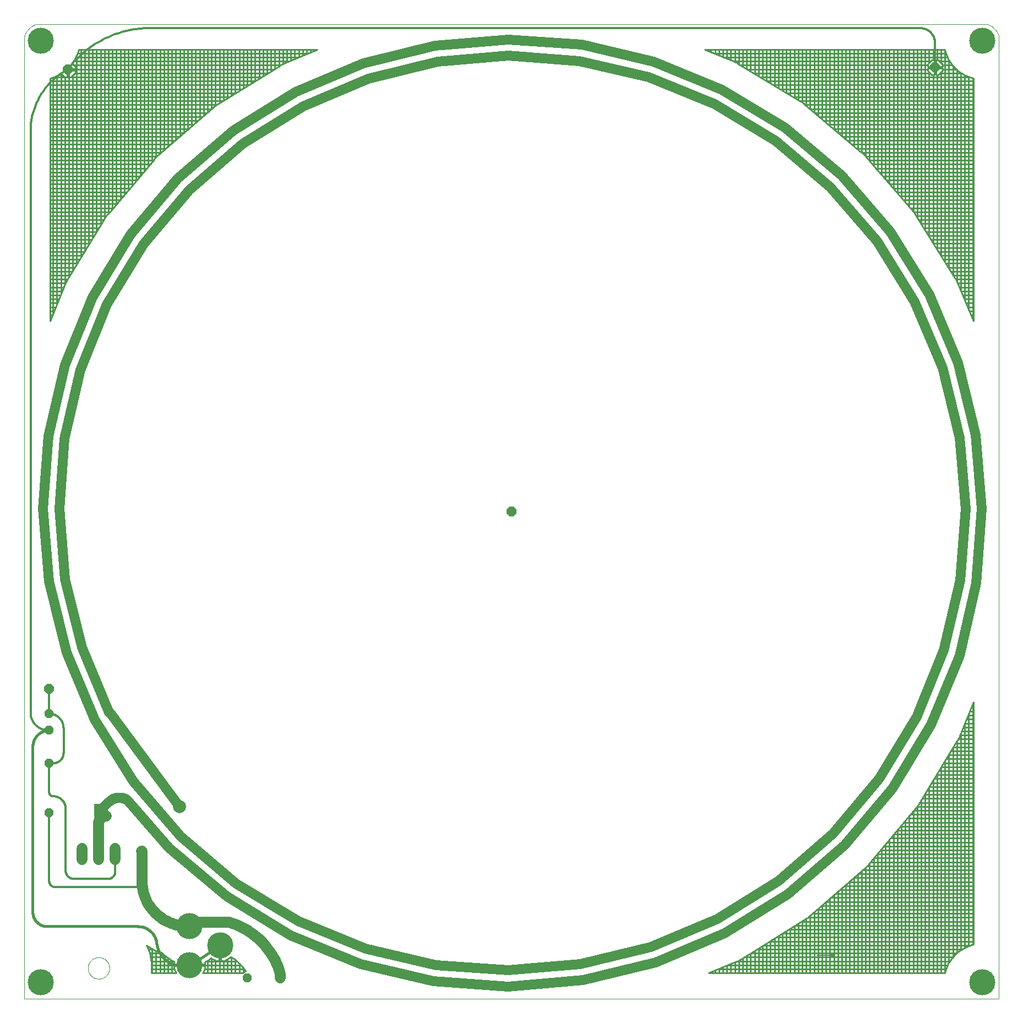
<source format=gbl>
G75*
%MOIN*%
%OFA0B0*%
%FSLAX25Y25*%
%IPPOS*%
%LPD*%
%AMOC8*
5,1,8,0,0,1.08239X$1,22.5*
%
%ADD10C,0.00000*%
%ADD11OC8,0.05200*%
%ADD12C,0.06600*%
%ADD13OC8,0.06000*%
%ADD14C,0.15811*%
%ADD15C,0.15800*%
%ADD16R,0.07874X0.07874*%
%ADD17C,0.07874*%
%ADD18C,0.01040*%
%ADD19C,0.01200*%
%ADD20C,0.05906*%
%ADD21C,0.05900*%
%ADD22C,0.01000*%
%ADD23R,0.02381X0.02381*%
%ADD24C,0.00600*%
%ADD25C,0.01600*%
D10*
X0042595Y0015000D02*
X0042595Y0597500D01*
X0050095Y0605000D02*
X0625095Y0605000D01*
X0632595Y0597500D02*
X0632595Y0015000D01*
X0042595Y0015000D01*
X0081095Y0033500D02*
X0081097Y0033661D01*
X0081103Y0033821D01*
X0081113Y0033982D01*
X0081127Y0034142D01*
X0081145Y0034302D01*
X0081166Y0034461D01*
X0081192Y0034620D01*
X0081222Y0034778D01*
X0081255Y0034935D01*
X0081293Y0035092D01*
X0081334Y0035247D01*
X0081379Y0035401D01*
X0081428Y0035554D01*
X0081481Y0035706D01*
X0081537Y0035857D01*
X0081598Y0036006D01*
X0081661Y0036154D01*
X0081729Y0036300D01*
X0081800Y0036444D01*
X0081874Y0036586D01*
X0081952Y0036727D01*
X0082034Y0036865D01*
X0082119Y0037002D01*
X0082207Y0037136D01*
X0082299Y0037268D01*
X0082394Y0037398D01*
X0082492Y0037526D01*
X0082593Y0037651D01*
X0082697Y0037773D01*
X0082804Y0037893D01*
X0082914Y0038010D01*
X0083027Y0038125D01*
X0083143Y0038236D01*
X0083262Y0038345D01*
X0083383Y0038450D01*
X0083507Y0038553D01*
X0083633Y0038653D01*
X0083761Y0038749D01*
X0083892Y0038842D01*
X0084026Y0038932D01*
X0084161Y0039019D01*
X0084299Y0039102D01*
X0084438Y0039182D01*
X0084580Y0039258D01*
X0084723Y0039331D01*
X0084868Y0039400D01*
X0085015Y0039466D01*
X0085163Y0039528D01*
X0085313Y0039586D01*
X0085464Y0039641D01*
X0085617Y0039692D01*
X0085771Y0039739D01*
X0085926Y0039782D01*
X0086082Y0039821D01*
X0086238Y0039857D01*
X0086396Y0039888D01*
X0086554Y0039916D01*
X0086713Y0039940D01*
X0086873Y0039960D01*
X0087033Y0039976D01*
X0087193Y0039988D01*
X0087354Y0039996D01*
X0087515Y0040000D01*
X0087675Y0040000D01*
X0087836Y0039996D01*
X0087997Y0039988D01*
X0088157Y0039976D01*
X0088317Y0039960D01*
X0088477Y0039940D01*
X0088636Y0039916D01*
X0088794Y0039888D01*
X0088952Y0039857D01*
X0089108Y0039821D01*
X0089264Y0039782D01*
X0089419Y0039739D01*
X0089573Y0039692D01*
X0089726Y0039641D01*
X0089877Y0039586D01*
X0090027Y0039528D01*
X0090175Y0039466D01*
X0090322Y0039400D01*
X0090467Y0039331D01*
X0090610Y0039258D01*
X0090752Y0039182D01*
X0090891Y0039102D01*
X0091029Y0039019D01*
X0091164Y0038932D01*
X0091298Y0038842D01*
X0091429Y0038749D01*
X0091557Y0038653D01*
X0091683Y0038553D01*
X0091807Y0038450D01*
X0091928Y0038345D01*
X0092047Y0038236D01*
X0092163Y0038125D01*
X0092276Y0038010D01*
X0092386Y0037893D01*
X0092493Y0037773D01*
X0092597Y0037651D01*
X0092698Y0037526D01*
X0092796Y0037398D01*
X0092891Y0037268D01*
X0092983Y0037136D01*
X0093071Y0037002D01*
X0093156Y0036865D01*
X0093238Y0036727D01*
X0093316Y0036586D01*
X0093390Y0036444D01*
X0093461Y0036300D01*
X0093529Y0036154D01*
X0093592Y0036006D01*
X0093653Y0035857D01*
X0093709Y0035706D01*
X0093762Y0035554D01*
X0093811Y0035401D01*
X0093856Y0035247D01*
X0093897Y0035092D01*
X0093935Y0034935D01*
X0093968Y0034778D01*
X0093998Y0034620D01*
X0094024Y0034461D01*
X0094045Y0034302D01*
X0094063Y0034142D01*
X0094077Y0033982D01*
X0094087Y0033821D01*
X0094093Y0033661D01*
X0094095Y0033500D01*
X0094093Y0033339D01*
X0094087Y0033179D01*
X0094077Y0033018D01*
X0094063Y0032858D01*
X0094045Y0032698D01*
X0094024Y0032539D01*
X0093998Y0032380D01*
X0093968Y0032222D01*
X0093935Y0032065D01*
X0093897Y0031908D01*
X0093856Y0031753D01*
X0093811Y0031599D01*
X0093762Y0031446D01*
X0093709Y0031294D01*
X0093653Y0031143D01*
X0093592Y0030994D01*
X0093529Y0030846D01*
X0093461Y0030700D01*
X0093390Y0030556D01*
X0093316Y0030414D01*
X0093238Y0030273D01*
X0093156Y0030135D01*
X0093071Y0029998D01*
X0092983Y0029864D01*
X0092891Y0029732D01*
X0092796Y0029602D01*
X0092698Y0029474D01*
X0092597Y0029349D01*
X0092493Y0029227D01*
X0092386Y0029107D01*
X0092276Y0028990D01*
X0092163Y0028875D01*
X0092047Y0028764D01*
X0091928Y0028655D01*
X0091807Y0028550D01*
X0091683Y0028447D01*
X0091557Y0028347D01*
X0091429Y0028251D01*
X0091298Y0028158D01*
X0091164Y0028068D01*
X0091029Y0027981D01*
X0090891Y0027898D01*
X0090752Y0027818D01*
X0090610Y0027742D01*
X0090467Y0027669D01*
X0090322Y0027600D01*
X0090175Y0027534D01*
X0090027Y0027472D01*
X0089877Y0027414D01*
X0089726Y0027359D01*
X0089573Y0027308D01*
X0089419Y0027261D01*
X0089264Y0027218D01*
X0089108Y0027179D01*
X0088952Y0027143D01*
X0088794Y0027112D01*
X0088636Y0027084D01*
X0088477Y0027060D01*
X0088317Y0027040D01*
X0088157Y0027024D01*
X0087997Y0027012D01*
X0087836Y0027004D01*
X0087675Y0027000D01*
X0087515Y0027000D01*
X0087354Y0027004D01*
X0087193Y0027012D01*
X0087033Y0027024D01*
X0086873Y0027040D01*
X0086713Y0027060D01*
X0086554Y0027084D01*
X0086396Y0027112D01*
X0086238Y0027143D01*
X0086082Y0027179D01*
X0085926Y0027218D01*
X0085771Y0027261D01*
X0085617Y0027308D01*
X0085464Y0027359D01*
X0085313Y0027414D01*
X0085163Y0027472D01*
X0085015Y0027534D01*
X0084868Y0027600D01*
X0084723Y0027669D01*
X0084580Y0027742D01*
X0084438Y0027818D01*
X0084299Y0027898D01*
X0084161Y0027981D01*
X0084026Y0028068D01*
X0083892Y0028158D01*
X0083761Y0028251D01*
X0083633Y0028347D01*
X0083507Y0028447D01*
X0083383Y0028550D01*
X0083262Y0028655D01*
X0083143Y0028764D01*
X0083027Y0028875D01*
X0082914Y0028990D01*
X0082804Y0029107D01*
X0082697Y0029227D01*
X0082593Y0029349D01*
X0082492Y0029474D01*
X0082394Y0029602D01*
X0082299Y0029732D01*
X0082207Y0029864D01*
X0082119Y0029998D01*
X0082034Y0030135D01*
X0081952Y0030273D01*
X0081874Y0030414D01*
X0081800Y0030556D01*
X0081729Y0030700D01*
X0081661Y0030846D01*
X0081598Y0030994D01*
X0081537Y0031143D01*
X0081481Y0031294D01*
X0081428Y0031446D01*
X0081379Y0031599D01*
X0081334Y0031753D01*
X0081293Y0031908D01*
X0081255Y0032065D01*
X0081222Y0032222D01*
X0081192Y0032380D01*
X0081166Y0032539D01*
X0081145Y0032698D01*
X0081127Y0032858D01*
X0081113Y0033018D01*
X0081103Y0033179D01*
X0081097Y0033339D01*
X0081095Y0033500D01*
X0042596Y0597500D02*
X0042667Y0597749D01*
X0042743Y0597995D01*
X0042826Y0598239D01*
X0042915Y0598482D01*
X0043009Y0598722D01*
X0043110Y0598960D01*
X0043216Y0599195D01*
X0043327Y0599428D01*
X0043445Y0599658D01*
X0043567Y0599885D01*
X0043696Y0600109D01*
X0043829Y0600330D01*
X0043968Y0600547D01*
X0044112Y0600761D01*
X0044261Y0600972D01*
X0044415Y0601179D01*
X0044575Y0601382D01*
X0044739Y0601581D01*
X0044908Y0601777D01*
X0045081Y0601968D01*
X0045259Y0602154D01*
X0045442Y0602337D01*
X0045628Y0602515D01*
X0045819Y0602688D01*
X0046015Y0602857D01*
X0046214Y0603021D01*
X0046417Y0603181D01*
X0046624Y0603335D01*
X0046835Y0603484D01*
X0047049Y0603628D01*
X0047266Y0603767D01*
X0047487Y0603900D01*
X0047711Y0604029D01*
X0047938Y0604151D01*
X0048168Y0604269D01*
X0048401Y0604380D01*
X0048636Y0604486D01*
X0048874Y0604587D01*
X0049114Y0604681D01*
X0049357Y0604770D01*
X0049601Y0604853D01*
X0049847Y0604929D01*
X0050096Y0605000D01*
X0625095Y0605000D02*
X0625344Y0604929D01*
X0625590Y0604853D01*
X0625834Y0604770D01*
X0626077Y0604681D01*
X0626317Y0604587D01*
X0626555Y0604486D01*
X0626790Y0604380D01*
X0627023Y0604269D01*
X0627253Y0604151D01*
X0627480Y0604029D01*
X0627704Y0603900D01*
X0627925Y0603767D01*
X0628142Y0603628D01*
X0628356Y0603484D01*
X0628567Y0603335D01*
X0628774Y0603181D01*
X0628977Y0603021D01*
X0629176Y0602857D01*
X0629372Y0602688D01*
X0629563Y0602515D01*
X0629749Y0602337D01*
X0629932Y0602154D01*
X0630110Y0601968D01*
X0630283Y0601777D01*
X0630452Y0601581D01*
X0630616Y0601382D01*
X0630776Y0601179D01*
X0630930Y0600972D01*
X0631079Y0600761D01*
X0631223Y0600547D01*
X0631362Y0600330D01*
X0631495Y0600109D01*
X0631624Y0599885D01*
X0631746Y0599658D01*
X0631864Y0599428D01*
X0631975Y0599195D01*
X0632081Y0598960D01*
X0632182Y0598722D01*
X0632276Y0598482D01*
X0632365Y0598239D01*
X0632448Y0597995D01*
X0632524Y0597749D01*
X0632595Y0597500D01*
D11*
X0197595Y0027500D03*
X0177595Y0027500D03*
X0057595Y0127500D03*
X0057595Y0157500D03*
X0057595Y0177500D03*
X0057595Y0187500D03*
D12*
X0087595Y0121036D02*
X0087595Y0102500D01*
X0087595Y0105800D02*
X0087595Y0099200D01*
X0077595Y0099200D02*
X0077595Y0105800D01*
X0087595Y0121036D02*
X0087597Y0121169D01*
X0087603Y0121302D01*
X0087612Y0121434D01*
X0087626Y0121567D01*
X0087643Y0121698D01*
X0087664Y0121830D01*
X0087689Y0121960D01*
X0087718Y0122090D01*
X0087751Y0122219D01*
X0087787Y0122347D01*
X0087827Y0122474D01*
X0087871Y0122599D01*
X0087918Y0122724D01*
X0087969Y0122846D01*
X0088023Y0122968D01*
X0088081Y0123087D01*
X0088143Y0123205D01*
X0088207Y0123322D01*
X0088276Y0123436D01*
X0088347Y0123548D01*
X0088422Y0123658D01*
X0088499Y0123766D01*
X0088580Y0123871D01*
X0088664Y0123974D01*
X0088751Y0124075D01*
X0088841Y0124173D01*
X0088934Y0124268D01*
X0089029Y0124361D01*
X0089127Y0124451D01*
X0089228Y0124538D01*
X0089331Y0124622D01*
X0089436Y0124703D01*
X0089544Y0124780D01*
X0089654Y0124855D01*
X0089766Y0124926D01*
X0089881Y0124995D01*
X0089997Y0125059D01*
X0090115Y0125121D01*
X0090234Y0125179D01*
X0090356Y0125233D01*
X0090478Y0125284D01*
X0090603Y0125331D01*
X0090728Y0125375D01*
X0090855Y0125415D01*
X0090983Y0125451D01*
X0091112Y0125484D01*
X0091242Y0125513D01*
X0091372Y0125538D01*
X0091504Y0125559D01*
X0091635Y0125576D01*
X0091768Y0125590D01*
X0091900Y0125599D01*
X0092033Y0125605D01*
X0092166Y0125607D01*
X0097595Y0105800D02*
X0097595Y0099200D01*
X0113379Y0104394D02*
X0113420Y0104392D01*
X0113460Y0104387D01*
X0113500Y0104378D01*
X0113538Y0104366D01*
X0113576Y0104350D01*
X0113612Y0104332D01*
X0113646Y0104310D01*
X0113679Y0104285D01*
X0113709Y0104258D01*
X0113736Y0104228D01*
X0113761Y0104195D01*
X0113783Y0104161D01*
X0113801Y0104125D01*
X0113817Y0104087D01*
X0113829Y0104049D01*
X0113838Y0104009D01*
X0113843Y0103969D01*
X0113845Y0103928D01*
X0113845Y0086250D01*
X0113845Y0082500D01*
X0113845Y0086250D02*
X0113853Y0085590D01*
X0113877Y0084930D01*
X0113917Y0084272D01*
X0113973Y0083614D01*
X0114044Y0082958D01*
X0114132Y0082304D01*
X0114235Y0081652D01*
X0114354Y0081002D01*
X0114488Y0080356D01*
X0114639Y0079714D01*
X0114804Y0079075D01*
X0114985Y0078440D01*
X0115182Y0077810D01*
X0115393Y0077185D01*
X0115620Y0076565D01*
X0115861Y0075950D01*
X0116118Y0075342D01*
X0116389Y0074740D01*
X0116674Y0074145D01*
X0116974Y0073557D01*
X0117287Y0072976D01*
X0117615Y0072403D01*
X0117956Y0071839D01*
X0118311Y0071282D01*
X0118680Y0070734D01*
X0119061Y0070196D01*
X0119456Y0069667D01*
X0119863Y0069147D01*
X0120282Y0068637D01*
X0120714Y0068138D01*
X0121158Y0067649D01*
X0121613Y0067172D01*
X0122080Y0066705D01*
X0122557Y0066250D01*
X0123046Y0065806D01*
X0123545Y0065374D01*
X0124055Y0064955D01*
X0124575Y0064548D01*
X0125104Y0064153D01*
X0125642Y0063772D01*
X0126190Y0063403D01*
X0126747Y0063048D01*
X0127311Y0062707D01*
X0127884Y0062379D01*
X0128465Y0062066D01*
X0129053Y0061766D01*
X0129648Y0061481D01*
X0130250Y0061210D01*
X0130858Y0060953D01*
X0131473Y0060712D01*
X0132093Y0060485D01*
X0132718Y0060274D01*
X0133348Y0060077D01*
X0133983Y0059896D01*
X0134622Y0059731D01*
X0135264Y0059580D01*
X0135910Y0059446D01*
X0136560Y0059327D01*
X0137212Y0059224D01*
X0137866Y0059136D01*
X0138522Y0059065D01*
X0139180Y0059009D01*
X0139838Y0058969D01*
X0140498Y0058945D01*
X0141158Y0058937D01*
X0142595Y0058937D01*
X0142597Y0059030D01*
X0142603Y0059123D01*
X0142612Y0059216D01*
X0142625Y0059308D01*
X0142642Y0059400D01*
X0142662Y0059491D01*
X0142686Y0059581D01*
X0142714Y0059669D01*
X0142745Y0059757D01*
X0142780Y0059844D01*
X0142818Y0059929D01*
X0142860Y0060012D01*
X0142905Y0060094D01*
X0142953Y0060173D01*
X0143004Y0060251D01*
X0143059Y0060327D01*
X0143116Y0060400D01*
X0143177Y0060471D01*
X0143240Y0060539D01*
X0143306Y0060605D01*
X0143374Y0060668D01*
X0143445Y0060729D01*
X0143518Y0060786D01*
X0143594Y0060841D01*
X0143672Y0060892D01*
X0143752Y0060940D01*
X0143833Y0060985D01*
X0143916Y0061027D01*
X0144001Y0061065D01*
X0144088Y0061100D01*
X0144176Y0061131D01*
X0144264Y0061159D01*
X0144354Y0061183D01*
X0144445Y0061203D01*
X0144537Y0061220D01*
X0144629Y0061233D01*
X0144722Y0061242D01*
X0144815Y0061248D01*
X0144908Y0061250D01*
X0166345Y0061250D01*
X0142595Y0036250D02*
X0142595Y0035315D01*
X0142595Y0035000D01*
X0166345Y0061250D02*
X0167398Y0060936D01*
X0168443Y0060596D01*
X0169479Y0060231D01*
X0170506Y0059841D01*
X0171524Y0059426D01*
X0172531Y0058987D01*
X0173527Y0058524D01*
X0174512Y0058037D01*
X0175485Y0057526D01*
X0176445Y0056992D01*
X0177392Y0056435D01*
X0178325Y0055855D01*
X0179244Y0055252D01*
X0180148Y0054628D01*
X0181037Y0053982D01*
X0181910Y0053315D01*
X0182766Y0052627D01*
X0183606Y0051918D01*
X0184428Y0051190D01*
X0185233Y0050442D01*
X0186019Y0049674D01*
X0186787Y0048888D01*
X0187535Y0048083D01*
X0188263Y0047261D01*
X0188972Y0046421D01*
X0189660Y0045565D01*
X0190327Y0044692D01*
X0190973Y0043803D01*
X0191597Y0042899D01*
X0192200Y0041980D01*
X0192780Y0041047D01*
X0193337Y0040100D01*
X0193871Y0039140D01*
X0194382Y0038167D01*
X0194869Y0037182D01*
X0195332Y0036186D01*
X0195771Y0035179D01*
X0196186Y0034161D01*
X0196576Y0033134D01*
X0196941Y0032098D01*
X0197281Y0031053D01*
X0197595Y0030000D01*
X0197595Y0027500D01*
D13*
X0057595Y0202500D03*
X0337595Y0310000D03*
X0593845Y0578750D03*
X0068845Y0577500D03*
D14*
X0052595Y0595000D03*
X0052595Y0025000D03*
X0622595Y0025000D03*
X0622595Y0595000D03*
D15*
X0142595Y0058937D03*
X0161099Y0047126D03*
X0142595Y0035315D03*
D16*
X0088845Y0128750D03*
D17*
X0136345Y0131250D03*
D18*
X0113038Y0105952D02*
X0112518Y0106472D01*
X0114240Y0106472D01*
X0115458Y0105254D01*
X0115458Y0103532D01*
X0114240Y0102314D01*
X0112518Y0102314D01*
X0111300Y0103532D01*
X0111300Y0105254D01*
X0112518Y0106472D01*
X0112841Y0105692D01*
X0113917Y0105692D01*
X0114678Y0104931D01*
X0114678Y0103855D01*
X0113917Y0103094D01*
X0112841Y0103094D01*
X0112080Y0103855D01*
X0112080Y0104931D01*
X0112841Y0105692D01*
X0113164Y0104912D01*
X0113594Y0104912D01*
X0113898Y0104608D01*
X0113898Y0104178D01*
X0113594Y0103874D01*
X0113164Y0103874D01*
X0112860Y0104178D01*
X0112860Y0104608D01*
X0113164Y0104912D01*
X0091825Y0127166D02*
X0091305Y0127686D01*
X0093027Y0127686D01*
X0094245Y0126468D01*
X0094245Y0124746D01*
X0093027Y0123528D01*
X0091305Y0123528D01*
X0090087Y0124746D01*
X0090087Y0126468D01*
X0091305Y0127686D01*
X0091628Y0126906D01*
X0092704Y0126906D01*
X0093465Y0126145D01*
X0093465Y0125069D01*
X0092704Y0124308D01*
X0091628Y0124308D01*
X0090867Y0125069D01*
X0090867Y0126145D01*
X0091628Y0126906D01*
X0091951Y0126126D01*
X0092381Y0126126D01*
X0092685Y0125822D01*
X0092685Y0125392D01*
X0092381Y0125088D01*
X0091951Y0125088D01*
X0091647Y0125392D01*
X0091647Y0125822D01*
X0091951Y0126126D01*
D19*
X0097595Y0102500D02*
X0097595Y0092500D01*
X0097611Y0092370D01*
X0097624Y0092240D01*
X0097633Y0092109D01*
X0097638Y0091978D01*
X0097639Y0091847D01*
X0097636Y0091716D01*
X0097630Y0091585D01*
X0097619Y0091455D01*
X0097605Y0091325D01*
X0097586Y0091195D01*
X0097564Y0091066D01*
X0097538Y0090938D01*
X0097509Y0090810D01*
X0097475Y0090683D01*
X0097438Y0090558D01*
X0097397Y0090433D01*
X0097353Y0090310D01*
X0097305Y0090188D01*
X0097253Y0090068D01*
X0097197Y0089949D01*
X0097139Y0089832D01*
X0097076Y0089717D01*
X0097011Y0089604D01*
X0096942Y0089493D01*
X0096870Y0089383D01*
X0096794Y0089276D01*
X0096716Y0089172D01*
X0096634Y0089069D01*
X0096549Y0088969D01*
X0096462Y0088872D01*
X0096371Y0088777D01*
X0096278Y0088685D01*
X0096182Y0088596D01*
X0096084Y0088509D01*
X0095983Y0088426D01*
X0095879Y0088346D01*
X0095774Y0088268D01*
X0095666Y0088194D01*
X0095555Y0088124D01*
X0095443Y0088056D01*
X0095329Y0087992D01*
X0095213Y0087931D01*
X0095095Y0087874D01*
X0094976Y0087820D01*
X0094855Y0087770D01*
X0094733Y0087723D01*
X0094609Y0087680D01*
X0094484Y0087641D01*
X0094358Y0087605D01*
X0094231Y0087573D01*
X0094103Y0087545D01*
X0093974Y0087521D01*
X0093845Y0087500D01*
X0072595Y0087500D01*
X0072455Y0087502D01*
X0072315Y0087508D01*
X0072175Y0087518D01*
X0072035Y0087531D01*
X0071896Y0087549D01*
X0071757Y0087571D01*
X0071620Y0087596D01*
X0071482Y0087625D01*
X0071346Y0087658D01*
X0071211Y0087695D01*
X0071077Y0087736D01*
X0070944Y0087781D01*
X0070812Y0087829D01*
X0070682Y0087881D01*
X0070553Y0087936D01*
X0070426Y0087995D01*
X0070300Y0088058D01*
X0070176Y0088124D01*
X0070055Y0088193D01*
X0069935Y0088266D01*
X0069817Y0088343D01*
X0069702Y0088422D01*
X0069588Y0088505D01*
X0069478Y0088591D01*
X0069369Y0088680D01*
X0069263Y0088772D01*
X0069160Y0088867D01*
X0069059Y0088964D01*
X0068962Y0089065D01*
X0068867Y0089168D01*
X0068775Y0089274D01*
X0068686Y0089383D01*
X0068600Y0089493D01*
X0068517Y0089607D01*
X0068438Y0089722D01*
X0068361Y0089840D01*
X0068288Y0089960D01*
X0068219Y0090081D01*
X0068153Y0090205D01*
X0068090Y0090331D01*
X0068031Y0090458D01*
X0067976Y0090587D01*
X0067924Y0090717D01*
X0067876Y0090849D01*
X0067831Y0090982D01*
X0067790Y0091116D01*
X0067753Y0091251D01*
X0067720Y0091387D01*
X0067691Y0091525D01*
X0067666Y0091662D01*
X0067644Y0091801D01*
X0067626Y0091940D01*
X0067613Y0092080D01*
X0067603Y0092220D01*
X0067597Y0092360D01*
X0067595Y0092500D01*
X0067595Y0130000D01*
X0067593Y0130181D01*
X0067586Y0130362D01*
X0067575Y0130543D01*
X0067560Y0130724D01*
X0067540Y0130904D01*
X0067516Y0131084D01*
X0067488Y0131263D01*
X0067455Y0131441D01*
X0067418Y0131618D01*
X0067377Y0131795D01*
X0067332Y0131970D01*
X0067282Y0132145D01*
X0067228Y0132318D01*
X0067170Y0132489D01*
X0067108Y0132660D01*
X0067041Y0132828D01*
X0066971Y0132995D01*
X0066897Y0133161D01*
X0066818Y0133324D01*
X0066736Y0133485D01*
X0066650Y0133645D01*
X0066560Y0133802D01*
X0066466Y0133957D01*
X0066369Y0134110D01*
X0066267Y0134260D01*
X0066163Y0134408D01*
X0066054Y0134554D01*
X0065943Y0134696D01*
X0065827Y0134836D01*
X0065709Y0134973D01*
X0065587Y0135108D01*
X0065462Y0135239D01*
X0065334Y0135367D01*
X0065203Y0135492D01*
X0065068Y0135614D01*
X0064931Y0135732D01*
X0064791Y0135848D01*
X0064649Y0135959D01*
X0064503Y0136068D01*
X0064355Y0136172D01*
X0064205Y0136274D01*
X0064052Y0136371D01*
X0063897Y0136465D01*
X0063740Y0136555D01*
X0063580Y0136641D01*
X0063419Y0136723D01*
X0063256Y0136802D01*
X0063090Y0136876D01*
X0062923Y0136946D01*
X0062755Y0137013D01*
X0062584Y0137075D01*
X0062413Y0137133D01*
X0062240Y0137187D01*
X0062065Y0137237D01*
X0061890Y0137282D01*
X0061713Y0137323D01*
X0061536Y0137360D01*
X0061358Y0137393D01*
X0061179Y0137421D01*
X0060999Y0137445D01*
X0060819Y0137465D01*
X0060638Y0137480D01*
X0060457Y0137491D01*
X0060276Y0137498D01*
X0060095Y0137500D01*
X0059997Y0137502D01*
X0059899Y0137508D01*
X0059801Y0137517D01*
X0059704Y0137531D01*
X0059607Y0137548D01*
X0059511Y0137569D01*
X0059416Y0137594D01*
X0059322Y0137622D01*
X0059230Y0137655D01*
X0059138Y0137690D01*
X0059048Y0137730D01*
X0058960Y0137772D01*
X0058873Y0137819D01*
X0058789Y0137868D01*
X0058706Y0137921D01*
X0058626Y0137977D01*
X0058547Y0138037D01*
X0058471Y0138099D01*
X0058398Y0138164D01*
X0058327Y0138232D01*
X0058259Y0138303D01*
X0058194Y0138376D01*
X0058132Y0138452D01*
X0058072Y0138531D01*
X0058016Y0138611D01*
X0057963Y0138694D01*
X0057914Y0138778D01*
X0057867Y0138865D01*
X0057825Y0138953D01*
X0057785Y0139043D01*
X0057750Y0139135D01*
X0057717Y0139227D01*
X0057689Y0139321D01*
X0057664Y0139416D01*
X0057643Y0139512D01*
X0057626Y0139609D01*
X0057612Y0139706D01*
X0057603Y0139804D01*
X0057597Y0139902D01*
X0057595Y0140000D01*
X0057595Y0157500D01*
X0060095Y0157500D01*
X0060251Y0157502D01*
X0060407Y0157508D01*
X0060562Y0157517D01*
X0060717Y0157531D01*
X0060872Y0157549D01*
X0061027Y0157570D01*
X0061180Y0157595D01*
X0061333Y0157624D01*
X0061486Y0157657D01*
X0061637Y0157693D01*
X0061788Y0157734D01*
X0061937Y0157778D01*
X0062086Y0157825D01*
X0062233Y0157877D01*
X0062378Y0157932D01*
X0062523Y0157991D01*
X0062666Y0158053D01*
X0062807Y0158119D01*
X0062946Y0158188D01*
X0063084Y0158261D01*
X0063220Y0158337D01*
X0063354Y0158417D01*
X0063486Y0158500D01*
X0063616Y0158586D01*
X0063743Y0158675D01*
X0063869Y0158768D01*
X0063992Y0158864D01*
X0064112Y0158962D01*
X0064231Y0159064D01*
X0064346Y0159168D01*
X0064459Y0159276D01*
X0064569Y0159386D01*
X0064677Y0159499D01*
X0064781Y0159614D01*
X0064883Y0159733D01*
X0064981Y0159853D01*
X0065077Y0159976D01*
X0065170Y0160102D01*
X0065259Y0160229D01*
X0065345Y0160359D01*
X0065428Y0160491D01*
X0065508Y0160625D01*
X0065584Y0160761D01*
X0065657Y0160899D01*
X0065726Y0161038D01*
X0065792Y0161179D01*
X0065854Y0161322D01*
X0065913Y0161467D01*
X0065968Y0161612D01*
X0066020Y0161759D01*
X0066067Y0161908D01*
X0066111Y0162057D01*
X0066152Y0162208D01*
X0066188Y0162359D01*
X0066221Y0162512D01*
X0066250Y0162665D01*
X0066275Y0162818D01*
X0066296Y0162973D01*
X0066314Y0163128D01*
X0066328Y0163283D01*
X0066337Y0163438D01*
X0066343Y0163594D01*
X0066345Y0163750D01*
X0066345Y0178750D01*
X0066342Y0178961D01*
X0066335Y0179173D01*
X0066322Y0179384D01*
X0066304Y0179594D01*
X0066281Y0179805D01*
X0066253Y0180014D01*
X0066220Y0180223D01*
X0066182Y0180431D01*
X0066139Y0180638D01*
X0066091Y0180844D01*
X0066038Y0181049D01*
X0065980Y0181252D01*
X0065917Y0181454D01*
X0065849Y0181654D01*
X0065776Y0181853D01*
X0065699Y0182050D01*
X0065617Y0182244D01*
X0065530Y0182437D01*
X0065439Y0182628D01*
X0065343Y0182816D01*
X0065242Y0183002D01*
X0065137Y0183186D01*
X0065028Y0183367D01*
X0064914Y0183545D01*
X0064796Y0183721D01*
X0064674Y0183893D01*
X0064548Y0184063D01*
X0064417Y0184229D01*
X0064283Y0184392D01*
X0064144Y0184552D01*
X0064002Y0184709D01*
X0063856Y0184862D01*
X0063707Y0185011D01*
X0063554Y0185157D01*
X0063397Y0185299D01*
X0063237Y0185438D01*
X0063074Y0185572D01*
X0062908Y0185703D01*
X0062738Y0185829D01*
X0062566Y0185951D01*
X0062390Y0186069D01*
X0062212Y0186183D01*
X0062031Y0186292D01*
X0061847Y0186397D01*
X0061661Y0186498D01*
X0061473Y0186594D01*
X0061282Y0186685D01*
X0061089Y0186772D01*
X0060895Y0186854D01*
X0060698Y0186931D01*
X0060499Y0187004D01*
X0060299Y0187072D01*
X0060097Y0187135D01*
X0059894Y0187193D01*
X0059689Y0187246D01*
X0059483Y0187294D01*
X0059276Y0187337D01*
X0059068Y0187375D01*
X0058859Y0187408D01*
X0058650Y0187436D01*
X0058439Y0187459D01*
X0058229Y0187477D01*
X0058018Y0187490D01*
X0057806Y0187497D01*
X0057595Y0187500D01*
X0057595Y0202500D01*
X0046345Y0187500D02*
X0046364Y0187243D01*
X0046388Y0186987D01*
X0046419Y0186732D01*
X0046455Y0186478D01*
X0046498Y0186224D01*
X0046547Y0185971D01*
X0046602Y0185720D01*
X0046663Y0185470D01*
X0046731Y0185222D01*
X0046804Y0184976D01*
X0046883Y0184731D01*
X0046968Y0184488D01*
X0047059Y0184247D01*
X0047155Y0184009D01*
X0047257Y0183773D01*
X0047365Y0183540D01*
X0047479Y0183309D01*
X0047598Y0183081D01*
X0047723Y0182856D01*
X0047853Y0182634D01*
X0047988Y0182415D01*
X0048129Y0182200D01*
X0048274Y0181988D01*
X0048425Y0181780D01*
X0048581Y0181575D01*
X0048742Y0181374D01*
X0048907Y0181178D01*
X0049078Y0180985D01*
X0049252Y0180796D01*
X0049432Y0180612D01*
X0049616Y0180432D01*
X0049804Y0180256D01*
X0049996Y0180085D01*
X0050192Y0179919D01*
X0050392Y0179758D01*
X0050596Y0179601D01*
X0050804Y0179450D01*
X0051016Y0179303D01*
X0051231Y0179162D01*
X0051449Y0179026D01*
X0051670Y0178895D01*
X0051895Y0178770D01*
X0052122Y0178650D01*
X0052353Y0178536D01*
X0052586Y0178427D01*
X0052821Y0178324D01*
X0053060Y0178226D01*
X0053300Y0178135D01*
X0053542Y0178049D01*
X0053787Y0177969D01*
X0054033Y0177895D01*
X0054281Y0177827D01*
X0054531Y0177765D01*
X0054782Y0177709D01*
X0055034Y0177660D01*
X0055288Y0177616D01*
X0055542Y0177578D01*
X0055797Y0177547D01*
X0056053Y0177522D01*
X0056310Y0177502D01*
X0056567Y0177490D01*
X0056824Y0177483D01*
X0057081Y0177483D01*
X0057338Y0177488D01*
X0057595Y0177500D01*
X0046345Y0187500D02*
X0046345Y0540000D01*
X0046356Y0541021D01*
X0046391Y0542041D01*
X0046451Y0543060D01*
X0046535Y0544078D01*
X0046644Y0545093D01*
X0046777Y0546106D01*
X0046935Y0547114D01*
X0047117Y0548119D01*
X0047323Y0549119D01*
X0047553Y0550114D01*
X0047806Y0551103D01*
X0048084Y0552086D01*
X0048385Y0553061D01*
X0048710Y0554029D01*
X0049058Y0554989D01*
X0049429Y0555941D01*
X0049823Y0556883D01*
X0050239Y0557815D01*
X0050678Y0558737D01*
X0051138Y0559648D01*
X0051621Y0560548D01*
X0052125Y0561436D01*
X0052650Y0562312D01*
X0053197Y0563174D01*
X0053763Y0564023D01*
X0054351Y0564859D01*
X0054958Y0565680D01*
X0055585Y0566486D01*
X0056231Y0567277D01*
X0056895Y0568052D01*
X0057579Y0568810D01*
X0058280Y0569552D01*
X0058999Y0570277D01*
X0059735Y0570985D01*
X0060489Y0571674D01*
X0061258Y0572345D01*
X0062044Y0572998D01*
X0062845Y0573631D01*
X0063661Y0574245D01*
X0064491Y0574839D01*
X0065336Y0575412D01*
X0066194Y0575966D01*
X0067065Y0576498D01*
X0067949Y0577009D01*
X0068845Y0577499D01*
X0116345Y0602500D02*
X0585095Y0602500D01*
X0585306Y0602497D01*
X0585518Y0602490D01*
X0585729Y0602477D01*
X0585939Y0602459D01*
X0586150Y0602436D01*
X0586359Y0602408D01*
X0586568Y0602375D01*
X0586776Y0602337D01*
X0586983Y0602294D01*
X0587189Y0602246D01*
X0587394Y0602193D01*
X0587597Y0602135D01*
X0587799Y0602072D01*
X0587999Y0602004D01*
X0588198Y0601931D01*
X0588395Y0601854D01*
X0588589Y0601772D01*
X0588782Y0601685D01*
X0588973Y0601594D01*
X0589161Y0601498D01*
X0589347Y0601397D01*
X0589531Y0601292D01*
X0589712Y0601183D01*
X0589890Y0601069D01*
X0590066Y0600951D01*
X0590238Y0600829D01*
X0590408Y0600703D01*
X0590574Y0600572D01*
X0590737Y0600438D01*
X0590897Y0600299D01*
X0591054Y0600157D01*
X0591207Y0600011D01*
X0591356Y0599862D01*
X0591502Y0599709D01*
X0591644Y0599552D01*
X0591783Y0599392D01*
X0591917Y0599229D01*
X0592048Y0599063D01*
X0592174Y0598893D01*
X0592296Y0598721D01*
X0592414Y0598545D01*
X0592528Y0598367D01*
X0592637Y0598186D01*
X0592742Y0598002D01*
X0592843Y0597816D01*
X0592939Y0597628D01*
X0593030Y0597437D01*
X0593117Y0597244D01*
X0593199Y0597050D01*
X0593276Y0596853D01*
X0593349Y0596654D01*
X0593417Y0596454D01*
X0593480Y0596252D01*
X0593538Y0596049D01*
X0593591Y0595844D01*
X0593639Y0595638D01*
X0593682Y0595431D01*
X0593720Y0595223D01*
X0593753Y0595014D01*
X0593781Y0594805D01*
X0593804Y0594594D01*
X0593822Y0594384D01*
X0593835Y0594173D01*
X0593842Y0593961D01*
X0593845Y0593750D01*
X0593845Y0578750D01*
X0116345Y0602501D02*
X0114846Y0602430D01*
X0113349Y0602324D01*
X0111855Y0602181D01*
X0110365Y0602001D01*
X0108880Y0601786D01*
X0107400Y0601534D01*
X0105927Y0601247D01*
X0104462Y0600923D01*
X0103004Y0600565D01*
X0101556Y0600171D01*
X0100118Y0599742D01*
X0098691Y0599278D01*
X0097275Y0598779D01*
X0095872Y0598246D01*
X0094482Y0597679D01*
X0093107Y0597079D01*
X0091746Y0596446D01*
X0090402Y0595779D01*
X0089074Y0595080D01*
X0087763Y0594349D01*
X0086470Y0593586D01*
X0085197Y0592792D01*
X0083943Y0591968D01*
X0082709Y0591113D01*
X0081497Y0590228D01*
X0080306Y0589314D01*
X0079139Y0588372D01*
X0077994Y0587401D01*
X0076873Y0586403D01*
X0075777Y0585378D01*
X0074706Y0584327D01*
X0073661Y0583249D01*
X0072642Y0582147D01*
X0071651Y0581021D01*
X0070687Y0579870D01*
X0069752Y0578697D01*
X0068845Y0577501D01*
X0093982Y0188369D02*
X0093984Y0188312D01*
X0093989Y0188256D01*
X0093999Y0188199D01*
X0094012Y0188144D01*
X0094028Y0188090D01*
X0094048Y0188036D01*
X0094072Y0187985D01*
X0094098Y0187935D01*
X0094128Y0187886D01*
X0094162Y0187840D01*
X0094198Y0187796D01*
X0094237Y0187755D01*
X0094278Y0187716D01*
X0094322Y0187680D01*
X0094368Y0187646D01*
X0094417Y0187616D01*
X0094467Y0187590D01*
X0094518Y0187566D01*
X0094572Y0187546D01*
X0094626Y0187530D01*
X0094681Y0187517D01*
X0094738Y0187507D01*
X0094794Y0187502D01*
X0094851Y0187500D01*
X0057595Y0127500D02*
X0057595Y0086250D01*
X0057597Y0086130D01*
X0057603Y0086010D01*
X0057612Y0085890D01*
X0057626Y0085770D01*
X0057643Y0085652D01*
X0057664Y0085533D01*
X0057689Y0085416D01*
X0057718Y0085299D01*
X0057750Y0085183D01*
X0057786Y0085068D01*
X0057826Y0084955D01*
X0057869Y0084843D01*
X0057916Y0084732D01*
X0057966Y0084623D01*
X0058020Y0084515D01*
X0058078Y0084410D01*
X0058138Y0084306D01*
X0058202Y0084204D01*
X0058269Y0084105D01*
X0058340Y0084007D01*
X0058413Y0083912D01*
X0058490Y0083819D01*
X0058569Y0083729D01*
X0058651Y0083641D01*
X0058736Y0083556D01*
X0058824Y0083474D01*
X0058914Y0083395D01*
X0059007Y0083318D01*
X0059102Y0083245D01*
X0059200Y0083174D01*
X0059299Y0083107D01*
X0059401Y0083043D01*
X0059505Y0082983D01*
X0059610Y0082925D01*
X0059718Y0082871D01*
X0059827Y0082821D01*
X0059938Y0082774D01*
X0060050Y0082731D01*
X0060163Y0082691D01*
X0060278Y0082655D01*
X0060394Y0082623D01*
X0060511Y0082594D01*
X0060628Y0082569D01*
X0060747Y0082548D01*
X0060865Y0082531D01*
X0060985Y0082517D01*
X0061105Y0082508D01*
X0061225Y0082502D01*
X0061345Y0082500D01*
X0113845Y0082500D01*
D20*
X0130277Y0106162D02*
X0105095Y0135000D01*
X0105095Y0135001D02*
X0104928Y0135121D01*
X0104758Y0135237D01*
X0104585Y0135349D01*
X0104410Y0135456D01*
X0104231Y0135559D01*
X0104051Y0135658D01*
X0103868Y0135752D01*
X0103683Y0135842D01*
X0103495Y0135928D01*
X0103306Y0136008D01*
X0103115Y0136085D01*
X0102921Y0136156D01*
X0102727Y0136223D01*
X0102530Y0136285D01*
X0102333Y0136342D01*
X0102133Y0136394D01*
X0101933Y0136441D01*
X0101732Y0136484D01*
X0101529Y0136521D01*
X0101326Y0136554D01*
X0101122Y0136581D01*
X0100917Y0136604D01*
X0100712Y0136621D01*
X0100507Y0136634D01*
X0100301Y0136641D01*
X0100095Y0136644D01*
X0099889Y0136641D01*
X0099683Y0136634D01*
X0099478Y0136621D01*
X0099273Y0136604D01*
X0099068Y0136581D01*
X0098864Y0136554D01*
X0098661Y0136521D01*
X0098458Y0136484D01*
X0098257Y0136441D01*
X0098057Y0136394D01*
X0097857Y0136342D01*
X0097660Y0136285D01*
X0097463Y0136223D01*
X0097269Y0136156D01*
X0097075Y0136085D01*
X0096884Y0136008D01*
X0096695Y0135928D01*
X0096507Y0135842D01*
X0096322Y0135752D01*
X0096139Y0135658D01*
X0095959Y0135559D01*
X0095780Y0135456D01*
X0095605Y0135349D01*
X0095432Y0135237D01*
X0095262Y0135121D01*
X0095095Y0135001D01*
X0108451Y0146448D02*
X0085212Y0183900D01*
X0068104Y0224562D01*
X0057559Y0267438D01*
X0053847Y0311473D01*
X0057072Y0355586D01*
X0067168Y0398689D01*
X0083897Y0439717D01*
X0106858Y0477656D01*
X0135497Y0511565D01*
X0169117Y0540602D01*
X0206898Y0564042D01*
X0247917Y0581298D01*
X0291168Y0591934D01*
X0335589Y0595676D01*
X0380086Y0592420D01*
X0423564Y0582234D01*
X0464949Y0565358D01*
X0503218Y0542195D01*
X0537420Y0513305D01*
X0566708Y0479391D01*
X0590350Y0441281D01*
X0607754Y0399905D01*
X0618480Y0356279D01*
X0622252Y0311473D01*
X0618966Y0266591D01*
X0608690Y0222737D01*
X0591665Y0180996D01*
X0568301Y0142398D01*
X0539160Y0107902D01*
X0504953Y0078364D01*
X0466513Y0054520D01*
X0424781Y0036968D01*
X0380779Y0026152D01*
X0335589Y0022349D01*
X0290321Y0025666D01*
X0246092Y0036032D01*
X0203994Y0053204D01*
X0165067Y0076771D01*
X0130277Y0106162D01*
X0137237Y0113122D02*
X0108451Y0146448D01*
X0137237Y0113122D02*
X0170853Y0084733D01*
X0208462Y0061974D01*
X0249134Y0045393D01*
X0291861Y0035387D01*
X0335589Y0032192D01*
X0379239Y0035873D01*
X0421739Y0046329D01*
X0462044Y0063289D01*
X0499168Y0086326D01*
X0532201Y0114862D01*
X0560338Y0148184D01*
X0582896Y0185464D01*
X0599329Y0225779D01*
X0609245Y0268131D01*
X0612409Y0311473D01*
X0608758Y0354739D01*
X0598393Y0396864D01*
X0581580Y0436812D01*
X0558745Y0473606D01*
X0530461Y0506345D01*
X0497432Y0534232D01*
X0460481Y0556588D01*
X0420523Y0572874D01*
X0378547Y0582699D01*
X0335589Y0585834D01*
X0292708Y0582213D01*
X0250959Y0571937D01*
X0211367Y0555272D01*
X0174902Y0532639D01*
X0142457Y0504605D01*
X0114821Y0471870D01*
X0092667Y0435249D01*
X0076529Y0395647D01*
X0066794Y0354046D01*
X0063689Y0311473D01*
X0067280Y0268977D01*
X0077465Y0227604D01*
X0093982Y0188369D01*
D21*
X0094851Y0187500D02*
X0136345Y0131250D01*
X0095095Y0135000D02*
X0094583Y0134626D01*
X0094079Y0134240D01*
X0093585Y0133842D01*
X0093101Y0133433D01*
X0092626Y0133012D01*
X0092162Y0132580D01*
X0091708Y0132137D01*
X0091265Y0131683D01*
X0090833Y0131219D01*
X0090412Y0130744D01*
X0090003Y0130260D01*
X0089605Y0129766D01*
X0089219Y0129262D01*
X0088845Y0128750D01*
D22*
X0116553Y0047209D02*
X0121595Y0044298D01*
X0121596Y0044298D01*
X0125599Y0042841D01*
X0127679Y0040761D01*
X0131511Y0038200D01*
X0133430Y0037405D01*
X0133313Y0036892D01*
X0133195Y0035843D01*
X0133195Y0035815D01*
X0138893Y0035815D01*
X0140290Y0035537D01*
X0142095Y0035537D01*
X0142095Y0034815D01*
X0133195Y0034815D01*
X0133195Y0034787D01*
X0133313Y0033738D01*
X0133548Y0032709D01*
X0133897Y0031712D01*
X0134355Y0030761D01*
X0134519Y0030500D01*
X0119595Y0030500D01*
X0134519Y0030500D01*
X0134295Y0030500D02*
X0134295Y0030885D01*
X0133505Y0032900D02*
X0119595Y0032900D01*
X0119595Y0035300D02*
X0142095Y0035300D01*
X0141495Y0035537D02*
X0141495Y0034815D01*
X0143095Y0034815D02*
X0143095Y0035537D01*
X0144900Y0035537D01*
X0146297Y0035815D01*
X0151995Y0035815D01*
X0151995Y0035843D01*
X0151877Y0036892D01*
X0151760Y0037405D01*
X0153679Y0038200D01*
X0155603Y0039486D01*
X0155651Y0039448D01*
X0156545Y0038886D01*
X0157496Y0038428D01*
X0158493Y0038079D01*
X0159522Y0037844D01*
X0160571Y0037726D01*
X0160599Y0037726D01*
X0160599Y0042450D01*
X0161599Y0042450D01*
X0161599Y0037726D01*
X0161627Y0037726D01*
X0162676Y0037844D01*
X0163705Y0038079D01*
X0164702Y0038428D01*
X0165653Y0038886D01*
X0166547Y0039448D01*
X0167373Y0040106D01*
X0167588Y0040321D01*
X0169802Y0038908D01*
X0172725Y0036380D01*
X0175253Y0033457D01*
X0176438Y0031600D01*
X0175897Y0031600D01*
X0174797Y0030500D01*
X0150671Y0030500D01*
X0150835Y0030761D01*
X0151293Y0031712D01*
X0151642Y0032709D01*
X0151877Y0033738D01*
X0151995Y0034787D01*
X0151995Y0034815D01*
X0143095Y0034815D01*
X0143095Y0035300D02*
X0173659Y0035300D01*
X0172695Y0036406D02*
X0172695Y0030500D01*
X0174797Y0030500D02*
X0150671Y0030500D01*
X0151095Y0030500D02*
X0151095Y0031301D01*
X0151686Y0032900D02*
X0175609Y0032900D01*
X0175095Y0033640D02*
X0175095Y0030798D01*
X0170295Y0030500D02*
X0170295Y0038482D01*
X0171199Y0037700D02*
X0152472Y0037700D01*
X0153495Y0038124D02*
X0153495Y0030500D01*
X0155895Y0030500D02*
X0155895Y0039294D01*
X0158295Y0038148D02*
X0158295Y0030500D01*
X0160695Y0030500D02*
X0160695Y0042450D01*
X0160599Y0040100D02*
X0161599Y0040100D01*
X0163095Y0037940D02*
X0163095Y0030500D01*
X0165495Y0030500D02*
X0165495Y0038810D01*
X0167365Y0040100D02*
X0167935Y0040100D01*
X0167895Y0040125D02*
X0167895Y0030500D01*
X0151095Y0034815D02*
X0151095Y0035815D01*
X0148695Y0035815D02*
X0148695Y0034815D01*
X0146295Y0034815D02*
X0146295Y0035815D01*
X0143895Y0035537D02*
X0143895Y0034815D01*
X0139095Y0034815D02*
X0139095Y0035775D01*
X0136695Y0035815D02*
X0136695Y0034815D01*
X0134295Y0034815D02*
X0134295Y0035815D01*
X0132719Y0037700D02*
X0119387Y0037700D01*
X0119595Y0036652D02*
X0118365Y0042834D01*
X0116553Y0047209D01*
X0117495Y0046665D02*
X0117495Y0044935D01*
X0117510Y0044900D02*
X0120552Y0044900D01*
X0119895Y0045280D02*
X0119895Y0030500D01*
X0119595Y0030500D02*
X0119595Y0036652D01*
X0118909Y0040100D02*
X0128668Y0040100D01*
X0129495Y0039547D02*
X0129495Y0030500D01*
X0127095Y0030500D02*
X0127095Y0041344D01*
X0125940Y0042500D02*
X0118432Y0042500D01*
X0122295Y0044043D02*
X0122295Y0030500D01*
X0124695Y0030500D02*
X0124695Y0043170D01*
X0131895Y0038041D02*
X0131895Y0030500D01*
X0456999Y0030500D02*
X0472776Y0037135D01*
X0474176Y0037558D01*
X0475006Y0038073D01*
X0475906Y0038452D01*
X0477062Y0039348D01*
X0513858Y0062173D01*
X0515174Y0062810D01*
X0515914Y0063448D01*
X0516744Y0063963D01*
X0517745Y0065029D01*
X0550488Y0093303D01*
X0551689Y0094138D01*
X0552320Y0094885D01*
X0553059Y0095523D01*
X0553881Y0096733D01*
X0581773Y0129752D01*
X0582828Y0130764D01*
X0583334Y0131600D01*
X0583965Y0132346D01*
X0584587Y0133670D01*
X0606950Y0170613D01*
X0607834Y0171778D01*
X0608203Y0172682D01*
X0608709Y0173518D01*
X0609117Y0174922D01*
X0617095Y0194484D01*
X0617095Y0047770D01*
X0615768Y0047506D01*
X0611508Y0045742D01*
X0610189Y0044860D01*
X0610037Y0044789D01*
X0609848Y0044632D01*
X0607675Y0043180D01*
X0605673Y0041179D01*
X0605510Y0041044D01*
X0605435Y0040941D01*
X0604415Y0039920D01*
X0601853Y0036087D01*
X0600089Y0031827D01*
X0599825Y0030500D01*
X0456999Y0030500D01*
X0599825Y0030500D01*
X0599895Y0030852D02*
X0599895Y0158958D01*
X0600586Y0160100D02*
X0617095Y0160100D01*
X0617095Y0162500D02*
X0602039Y0162500D01*
X0602295Y0162923D02*
X0602295Y0036748D01*
X0602931Y0037700D02*
X0474404Y0037700D01*
X0475095Y0038111D02*
X0475095Y0030500D01*
X0472695Y0030500D02*
X0472695Y0037101D01*
X0470295Y0036092D02*
X0470295Y0030500D01*
X0467895Y0030500D02*
X0467895Y0035083D01*
X0468412Y0035300D02*
X0601528Y0035300D01*
X0600533Y0032900D02*
X0462706Y0032900D01*
X0463095Y0033064D02*
X0463095Y0030500D01*
X0460695Y0030500D02*
X0460695Y0032054D01*
X0458295Y0031045D02*
X0458295Y0030500D01*
X0465495Y0030500D02*
X0465495Y0034073D01*
X0477495Y0030500D02*
X0477495Y0039617D01*
X0478273Y0040100D02*
X0604595Y0040100D01*
X0604695Y0040200D02*
X0604695Y0166887D01*
X0604945Y0167300D02*
X0617095Y0167300D01*
X0617095Y0169700D02*
X0606398Y0169700D01*
X0607095Y0170804D02*
X0607095Y0042600D01*
X0606995Y0042500D02*
X0482142Y0042500D01*
X0482295Y0042595D02*
X0482295Y0030500D01*
X0479895Y0030500D02*
X0479895Y0041106D01*
X0484695Y0044083D02*
X0484695Y0030500D01*
X0487095Y0030500D02*
X0487095Y0045572D01*
X0486012Y0044900D02*
X0610249Y0044900D01*
X0609495Y0044396D02*
X0609495Y0175850D01*
X0609923Y0176900D02*
X0617095Y0176900D01*
X0617095Y0174500D02*
X0608994Y0174500D01*
X0607966Y0172100D02*
X0617095Y0172100D01*
X0617095Y0179300D02*
X0610902Y0179300D01*
X0611881Y0181700D02*
X0617095Y0181700D01*
X0617095Y0184100D02*
X0612860Y0184100D01*
X0611895Y0181735D02*
X0611895Y0045902D01*
X0614295Y0046896D02*
X0614295Y0187619D01*
X0613839Y0186500D02*
X0617095Y0186500D01*
X0617095Y0188900D02*
X0614818Y0188900D01*
X0615796Y0191300D02*
X0617095Y0191300D01*
X0616695Y0193504D02*
X0616695Y0047690D01*
X0615271Y0047300D02*
X0489881Y0047300D01*
X0489495Y0047061D02*
X0489495Y0030500D01*
X0491895Y0030500D02*
X0491895Y0048550D01*
X0493750Y0049700D02*
X0617095Y0049700D01*
X0617095Y0052100D02*
X0497619Y0052100D01*
X0496695Y0051527D02*
X0496695Y0030500D01*
X0494295Y0030500D02*
X0494295Y0050038D01*
X0499095Y0053016D02*
X0499095Y0030500D01*
X0501495Y0030500D02*
X0501495Y0054504D01*
X0501488Y0054500D02*
X0617095Y0054500D01*
X0617095Y0056900D02*
X0505357Y0056900D01*
X0506295Y0057482D02*
X0506295Y0030500D01*
X0503895Y0030500D02*
X0503895Y0055993D01*
X0508695Y0058970D02*
X0508695Y0030500D01*
X0511095Y0030500D02*
X0511095Y0060459D01*
X0509226Y0059300D02*
X0617095Y0059300D01*
X0617095Y0061700D02*
X0513096Y0061700D01*
X0513495Y0061948D02*
X0513495Y0030500D01*
X0515895Y0030500D02*
X0515895Y0063432D01*
X0516873Y0064100D02*
X0617095Y0064100D01*
X0617095Y0066500D02*
X0519448Y0066500D01*
X0518295Y0065504D02*
X0518295Y0030500D01*
X0520695Y0030500D02*
X0520695Y0067577D01*
X0522228Y0068900D02*
X0617095Y0068900D01*
X0617095Y0071300D02*
X0525007Y0071300D01*
X0525495Y0071722D02*
X0525495Y0030500D01*
X0523095Y0030500D02*
X0523095Y0069649D01*
X0527786Y0073700D02*
X0617095Y0073700D01*
X0617095Y0076100D02*
X0530566Y0076100D01*
X0530295Y0075866D02*
X0530295Y0030500D01*
X0527895Y0030500D02*
X0527895Y0073794D01*
X0532695Y0077939D02*
X0532695Y0030500D01*
X0535095Y0030500D02*
X0535095Y0080011D01*
X0536124Y0080900D02*
X0617095Y0080900D01*
X0617095Y0083300D02*
X0538904Y0083300D01*
X0539895Y0084156D02*
X0539895Y0030500D01*
X0537495Y0030500D02*
X0537495Y0082084D01*
X0533345Y0078500D02*
X0617095Y0078500D01*
X0617095Y0085700D02*
X0541683Y0085700D01*
X0542295Y0086228D02*
X0542295Y0030500D01*
X0544695Y0030500D02*
X0544695Y0088301D01*
X0544462Y0088100D02*
X0617095Y0088100D01*
X0617095Y0090500D02*
X0547242Y0090500D01*
X0547095Y0090373D02*
X0547095Y0030500D01*
X0549495Y0030500D02*
X0549495Y0092446D01*
X0550021Y0092900D02*
X0617095Y0092900D01*
X0617095Y0095300D02*
X0552801Y0095300D01*
X0551895Y0094382D02*
X0551895Y0030500D01*
X0554295Y0030500D02*
X0554295Y0097223D01*
X0554698Y0097700D02*
X0617095Y0097700D01*
X0617095Y0100100D02*
X0556725Y0100100D01*
X0556695Y0100064D02*
X0556695Y0030500D01*
X0559095Y0030500D02*
X0559095Y0102906D01*
X0558753Y0102500D02*
X0617095Y0102500D01*
X0617095Y0104900D02*
X0560780Y0104900D01*
X0561495Y0105747D02*
X0561495Y0030500D01*
X0563895Y0030500D02*
X0563895Y0108588D01*
X0564835Y0109700D02*
X0617095Y0109700D01*
X0617095Y0107300D02*
X0562807Y0107300D01*
X0566295Y0111429D02*
X0566295Y0030500D01*
X0568695Y0030500D02*
X0568695Y0114270D01*
X0568889Y0114500D02*
X0617095Y0114500D01*
X0617095Y0116900D02*
X0570917Y0116900D01*
X0571095Y0117111D02*
X0571095Y0030500D01*
X0573495Y0030500D02*
X0573495Y0119952D01*
X0572944Y0119300D02*
X0617095Y0119300D01*
X0617095Y0121700D02*
X0574971Y0121700D01*
X0575895Y0122794D02*
X0575895Y0030500D01*
X0578295Y0030500D02*
X0578295Y0125635D01*
X0579026Y0126500D02*
X0617095Y0126500D01*
X0617095Y0128900D02*
X0581053Y0128900D01*
X0580695Y0128476D02*
X0580695Y0030500D01*
X0583095Y0030500D02*
X0583095Y0131205D01*
X0583153Y0131300D02*
X0617095Y0131300D01*
X0617095Y0133700D02*
X0584605Y0133700D01*
X0585495Y0135170D02*
X0585495Y0030500D01*
X0587895Y0030500D02*
X0587895Y0139134D01*
X0587511Y0138500D02*
X0617095Y0138500D01*
X0617095Y0140900D02*
X0588964Y0140900D01*
X0590295Y0143099D02*
X0590295Y0030500D01*
X0592695Y0030500D02*
X0592695Y0147064D01*
X0593322Y0148100D02*
X0617095Y0148100D01*
X0617095Y0150500D02*
X0594775Y0150500D01*
X0595095Y0151029D02*
X0595095Y0030500D01*
X0597495Y0030500D02*
X0597495Y0154993D01*
X0597681Y0155300D02*
X0617095Y0155300D01*
X0617095Y0157700D02*
X0599134Y0157700D01*
X0596228Y0152900D02*
X0617095Y0152900D01*
X0617095Y0145700D02*
X0591870Y0145700D01*
X0590417Y0143300D02*
X0617095Y0143300D01*
X0617095Y0136100D02*
X0586058Y0136100D01*
X0576999Y0124100D02*
X0617095Y0124100D01*
X0617095Y0112100D02*
X0566862Y0112100D01*
X0603492Y0164900D02*
X0617095Y0164900D01*
X0617095Y0193700D02*
X0616775Y0193700D01*
X0617095Y0425289D02*
X0607734Y0447544D01*
X0607311Y0448944D01*
X0606796Y0449774D01*
X0606418Y0450674D01*
X0605521Y0451830D01*
X0582898Y0488297D01*
X0582262Y0489613D01*
X0581623Y0490353D01*
X0581108Y0491183D01*
X0580042Y0492184D01*
X0552018Y0524634D01*
X0551183Y0525834D01*
X0550437Y0526465D01*
X0549798Y0527204D01*
X0548589Y0528026D01*
X0515863Y0555668D01*
X0514851Y0556723D01*
X0514015Y0557229D01*
X0513269Y0557859D01*
X0511945Y0558481D01*
X0475332Y0580643D01*
X0474167Y0581527D01*
X0473262Y0581896D01*
X0472426Y0582402D01*
X0471022Y0582809D01*
X0454615Y0589500D01*
X0599825Y0589500D01*
X0600089Y0588173D01*
X0601853Y0583913D01*
X0604415Y0580080D01*
X0605435Y0579059D01*
X0605510Y0578956D01*
X0605673Y0578821D01*
X0607675Y0576820D01*
X0609848Y0575368D01*
X0610037Y0575211D01*
X0610189Y0575140D01*
X0611508Y0574258D01*
X0615768Y0572494D01*
X0617095Y0572230D01*
X0617095Y0425289D01*
X0616695Y0426240D02*
X0616695Y0572310D01*
X0617095Y0570500D02*
X0492089Y0570500D01*
X0491895Y0570617D02*
X0491895Y0589500D01*
X0489495Y0589500D02*
X0489495Y0572070D01*
X0488124Y0572900D02*
X0614788Y0572900D01*
X0614295Y0573104D02*
X0614295Y0431946D01*
X0614567Y0431300D02*
X0617095Y0431300D01*
X0617095Y0433700D02*
X0613557Y0433700D01*
X0612548Y0436100D02*
X0617095Y0436100D01*
X0617095Y0438500D02*
X0611538Y0438500D01*
X0611895Y0437652D02*
X0611895Y0574098D01*
X0609930Y0575300D02*
X0596759Y0575300D01*
X0597495Y0576036D02*
X0597495Y0464767D01*
X0597413Y0464900D02*
X0617095Y0464900D01*
X0617095Y0462500D02*
X0598902Y0462500D01*
X0599895Y0460898D02*
X0599895Y0589148D01*
X0600451Y0587300D02*
X0460010Y0587300D01*
X0460695Y0587020D02*
X0460695Y0589500D01*
X0458295Y0589500D02*
X0458295Y0587999D01*
X0455895Y0588978D02*
X0455895Y0589500D01*
X0463095Y0589500D02*
X0463095Y0586042D01*
X0465495Y0585063D02*
X0465495Y0589500D01*
X0467895Y0589500D02*
X0467895Y0584084D01*
X0465895Y0584900D02*
X0601445Y0584900D01*
X0602295Y0583252D02*
X0602295Y0457030D01*
X0601879Y0457700D02*
X0617095Y0457700D01*
X0617095Y0460100D02*
X0600390Y0460100D01*
X0603368Y0455300D02*
X0617095Y0455300D01*
X0617095Y0452900D02*
X0604857Y0452900D01*
X0604695Y0453161D02*
X0604695Y0579800D01*
X0604401Y0580100D02*
X0598345Y0580100D01*
X0598345Y0580614D02*
X0595709Y0583250D01*
X0594345Y0583250D01*
X0594345Y0579250D01*
X0593345Y0579250D01*
X0593345Y0578250D01*
X0589345Y0578250D01*
X0589345Y0576886D01*
X0591981Y0574250D01*
X0593345Y0574250D01*
X0593345Y0578250D01*
X0594345Y0578250D01*
X0594345Y0574250D01*
X0595709Y0574250D01*
X0598345Y0576886D01*
X0598345Y0578250D01*
X0594345Y0578250D01*
X0594345Y0579250D01*
X0598345Y0579250D01*
X0598345Y0580614D01*
X0597495Y0581464D02*
X0597495Y0589500D01*
X0595095Y0589500D02*
X0595095Y0583250D01*
X0594345Y0582500D02*
X0593345Y0582500D01*
X0593345Y0583250D02*
X0591981Y0583250D01*
X0589345Y0580614D01*
X0589345Y0579250D01*
X0593345Y0579250D01*
X0593345Y0583250D01*
X0592695Y0583250D02*
X0592695Y0589500D01*
X0590295Y0589500D02*
X0590295Y0581564D01*
X0591231Y0582500D02*
X0472087Y0582500D01*
X0472695Y0582239D02*
X0472695Y0589500D01*
X0470295Y0589500D02*
X0470295Y0583106D01*
X0475095Y0580822D02*
X0475095Y0589500D01*
X0477495Y0589500D02*
X0477495Y0579333D01*
X0476229Y0580100D02*
X0589345Y0580100D01*
X0590295Y0579250D02*
X0590295Y0578250D01*
X0589345Y0577700D02*
X0480194Y0577700D01*
X0479895Y0577881D02*
X0479895Y0589500D01*
X0482295Y0589500D02*
X0482295Y0576428D01*
X0484159Y0575300D02*
X0590931Y0575300D01*
X0590295Y0575936D02*
X0590295Y0476373D01*
X0589968Y0476900D02*
X0617095Y0476900D01*
X0617095Y0479300D02*
X0588480Y0479300D01*
X0587895Y0480242D02*
X0587895Y0589500D01*
X0585495Y0589500D02*
X0585495Y0484111D01*
X0585502Y0484100D02*
X0617095Y0484100D01*
X0617095Y0486500D02*
X0584013Y0486500D01*
X0583095Y0487980D02*
X0583095Y0589500D01*
X0580695Y0589500D02*
X0580695Y0491570D01*
X0580983Y0491300D02*
X0617095Y0491300D01*
X0617095Y0488900D02*
X0582607Y0488900D01*
X0578732Y0493700D02*
X0617095Y0493700D01*
X0617095Y0496100D02*
X0576660Y0496100D01*
X0575895Y0496985D02*
X0575895Y0589500D01*
X0573495Y0589500D02*
X0573495Y0499764D01*
X0572515Y0500900D02*
X0617095Y0500900D01*
X0617095Y0503300D02*
X0570442Y0503300D01*
X0571095Y0502544D02*
X0571095Y0589500D01*
X0568695Y0589500D02*
X0568695Y0505323D01*
X0568369Y0505700D02*
X0617095Y0505700D01*
X0617095Y0508100D02*
X0566297Y0508100D01*
X0566295Y0508102D02*
X0566295Y0589500D01*
X0563895Y0589500D02*
X0563895Y0510881D01*
X0564224Y0510500D02*
X0617095Y0510500D01*
X0617095Y0512900D02*
X0562151Y0512900D01*
X0561495Y0513660D02*
X0561495Y0589500D01*
X0559095Y0589500D02*
X0559095Y0516439D01*
X0560079Y0515300D02*
X0617095Y0515300D01*
X0617095Y0517700D02*
X0558006Y0517700D01*
X0556695Y0519218D02*
X0556695Y0589500D01*
X0554295Y0589500D02*
X0554295Y0521997D01*
X0553861Y0522500D02*
X0617095Y0522500D01*
X0617095Y0524900D02*
X0551833Y0524900D01*
X0551895Y0524811D02*
X0551895Y0589500D01*
X0549495Y0589500D02*
X0549495Y0527410D01*
X0549658Y0527300D02*
X0617095Y0527300D01*
X0617095Y0529700D02*
X0546607Y0529700D01*
X0547095Y0529288D02*
X0547095Y0589500D01*
X0544695Y0589500D02*
X0544695Y0531315D01*
X0543765Y0532100D02*
X0617095Y0532100D01*
X0617095Y0534500D02*
X0540924Y0534500D01*
X0539895Y0535369D02*
X0539895Y0589500D01*
X0537495Y0589500D02*
X0537495Y0537396D01*
X0538083Y0536900D02*
X0617095Y0536900D01*
X0617095Y0539300D02*
X0535241Y0539300D01*
X0535095Y0539423D02*
X0535095Y0589500D01*
X0532695Y0589500D02*
X0532695Y0541451D01*
X0532400Y0541700D02*
X0617095Y0541700D01*
X0617095Y0544100D02*
X0529558Y0544100D01*
X0530295Y0543478D02*
X0530295Y0589500D01*
X0527895Y0589500D02*
X0527895Y0545505D01*
X0526717Y0546500D02*
X0617095Y0546500D01*
X0617095Y0548900D02*
X0523876Y0548900D01*
X0523095Y0549559D02*
X0523095Y0589500D01*
X0520695Y0589500D02*
X0520695Y0551586D01*
X0521034Y0551300D02*
X0617095Y0551300D01*
X0617095Y0553700D02*
X0518193Y0553700D01*
X0518295Y0553614D02*
X0518295Y0589500D01*
X0515895Y0589500D02*
X0515895Y0555641D01*
X0515448Y0556100D02*
X0617095Y0556100D01*
X0617095Y0558500D02*
X0511915Y0558500D01*
X0511095Y0558996D02*
X0511095Y0589500D01*
X0508695Y0589500D02*
X0508695Y0560449D01*
X0507950Y0560900D02*
X0617095Y0560900D01*
X0617095Y0563300D02*
X0503985Y0563300D01*
X0503895Y0563354D02*
X0503895Y0589500D01*
X0501495Y0589500D02*
X0501495Y0564807D01*
X0500019Y0565700D02*
X0617095Y0565700D01*
X0617095Y0568100D02*
X0496054Y0568100D01*
X0496695Y0567712D02*
X0496695Y0589500D01*
X0494295Y0589500D02*
X0494295Y0569165D01*
X0499095Y0566259D02*
X0499095Y0589500D01*
X0506295Y0589500D02*
X0506295Y0561901D01*
X0513495Y0557668D02*
X0513495Y0589500D01*
X0525495Y0589500D02*
X0525495Y0547532D01*
X0542295Y0533342D02*
X0542295Y0589500D01*
X0578295Y0589500D02*
X0578295Y0494206D01*
X0574587Y0498500D02*
X0617095Y0498500D01*
X0617095Y0481700D02*
X0586991Y0481700D01*
X0591457Y0474500D02*
X0617095Y0474500D01*
X0617095Y0472100D02*
X0592946Y0472100D01*
X0592695Y0472505D02*
X0592695Y0574250D01*
X0593345Y0575300D02*
X0594345Y0575300D01*
X0595095Y0574250D02*
X0595095Y0468636D01*
X0594435Y0469700D02*
X0617095Y0469700D01*
X0617095Y0467300D02*
X0595924Y0467300D01*
X0606491Y0450500D02*
X0617095Y0450500D01*
X0617095Y0448100D02*
X0607566Y0448100D01*
X0607095Y0449292D02*
X0607095Y0577400D01*
X0606795Y0577700D02*
X0598345Y0577700D01*
X0597495Y0578250D02*
X0597495Y0579250D01*
X0595095Y0579250D02*
X0595095Y0578250D01*
X0594345Y0577700D02*
X0593345Y0577700D01*
X0592695Y0578250D02*
X0592695Y0579250D01*
X0593345Y0580100D02*
X0594345Y0580100D01*
X0596459Y0582500D02*
X0602798Y0582500D01*
X0609495Y0575604D02*
X0609495Y0443358D01*
X0609519Y0443300D02*
X0617095Y0443300D01*
X0617095Y0445700D02*
X0608510Y0445700D01*
X0610529Y0440900D02*
X0617095Y0440900D01*
X0617095Y0428900D02*
X0615576Y0428900D01*
X0616586Y0426500D02*
X0617095Y0426500D01*
X0617095Y0520100D02*
X0555934Y0520100D01*
X0487095Y0573523D02*
X0487095Y0589500D01*
X0484695Y0589500D02*
X0484695Y0574975D01*
X0219826Y0589500D02*
X0200634Y0581426D01*
X0199234Y0581003D01*
X0198404Y0580488D01*
X0197504Y0580109D01*
X0196348Y0579212D01*
X0160211Y0556792D01*
X0158894Y0556155D01*
X0158155Y0555516D01*
X0157325Y0555001D01*
X0156324Y0553935D01*
X0124167Y0526162D01*
X0122967Y0525328D01*
X0122337Y0524581D01*
X0121597Y0523942D01*
X0120775Y0522733D01*
X0093384Y0490301D01*
X0092329Y0489288D01*
X0091823Y0488453D01*
X0091193Y0487706D01*
X0090571Y0486383D01*
X0068611Y0450098D01*
X0067727Y0448933D01*
X0067358Y0448028D01*
X0066852Y0447193D01*
X0066445Y0445788D01*
X0058095Y0425310D01*
X0058095Y0572230D01*
X0059422Y0572494D01*
X0062508Y0573772D01*
X0062574Y0573794D01*
X0062601Y0573811D01*
X0063682Y0574258D01*
X0064905Y0575076D01*
X0066981Y0573000D01*
X0068345Y0573000D01*
X0068345Y0577000D01*
X0069345Y0577000D01*
X0069345Y0573000D01*
X0070709Y0573000D01*
X0073345Y0575636D01*
X0073345Y0577000D01*
X0069345Y0577000D01*
X0069345Y0578000D01*
X0073345Y0578000D01*
X0073345Y0579364D01*
X0071522Y0581187D01*
X0071556Y0581224D01*
X0071631Y0581360D01*
X0073337Y0583913D01*
X0074261Y0586144D01*
X0074386Y0586372D01*
X0074437Y0586569D01*
X0075101Y0588173D01*
X0075365Y0589500D01*
X0219826Y0589500D01*
X0218295Y0589500D02*
X0218295Y0588856D01*
X0215895Y0589500D02*
X0215895Y0587846D01*
X0214597Y0587300D02*
X0074740Y0587300D01*
X0074295Y0586206D02*
X0074295Y0459490D01*
X0074664Y0460100D02*
X0058095Y0460100D01*
X0058095Y0457700D02*
X0073212Y0457700D01*
X0071895Y0455525D02*
X0071895Y0574186D01*
X0073009Y0575300D02*
X0190042Y0575300D01*
X0189495Y0574961D02*
X0189495Y0589500D01*
X0187095Y0589500D02*
X0187095Y0573472D01*
X0186174Y0572900D02*
X0060403Y0572900D01*
X0059895Y0572690D02*
X0059895Y0429725D01*
X0059559Y0428900D02*
X0058095Y0428900D01*
X0058095Y0431300D02*
X0060537Y0431300D01*
X0061516Y0433700D02*
X0058095Y0433700D01*
X0058095Y0436100D02*
X0062495Y0436100D01*
X0062295Y0435611D02*
X0062295Y0573684D01*
X0064695Y0574935D02*
X0064695Y0441497D01*
X0064452Y0440900D02*
X0058095Y0440900D01*
X0058095Y0443300D02*
X0065430Y0443300D01*
X0066409Y0445700D02*
X0058095Y0445700D01*
X0058095Y0448100D02*
X0067387Y0448100D01*
X0067095Y0447594D02*
X0067095Y0573000D01*
X0069495Y0573000D02*
X0069495Y0451559D01*
X0068854Y0450500D02*
X0058095Y0450500D01*
X0058095Y0452900D02*
X0070307Y0452900D01*
X0071759Y0455300D02*
X0058095Y0455300D01*
X0058095Y0462500D02*
X0076117Y0462500D01*
X0076695Y0463456D02*
X0076695Y0589500D01*
X0079095Y0589500D02*
X0079095Y0467422D01*
X0079022Y0467300D02*
X0058095Y0467300D01*
X0058095Y0469700D02*
X0080474Y0469700D01*
X0081495Y0471387D02*
X0081495Y0589500D01*
X0083895Y0589500D02*
X0083895Y0475353D01*
X0083379Y0474500D02*
X0058095Y0474500D01*
X0058095Y0476900D02*
X0084832Y0476900D01*
X0086284Y0479300D02*
X0058095Y0479300D01*
X0058095Y0481700D02*
X0087737Y0481700D01*
X0088695Y0483284D02*
X0088695Y0589500D01*
X0086295Y0589500D02*
X0086295Y0479318D01*
X0089189Y0484100D02*
X0058095Y0484100D01*
X0058095Y0486500D02*
X0090626Y0486500D01*
X0091095Y0487498D02*
X0091095Y0589500D01*
X0093495Y0589500D02*
X0093495Y0490432D01*
X0094228Y0491300D02*
X0058095Y0491300D01*
X0058095Y0488900D02*
X0092094Y0488900D01*
X0095895Y0493274D02*
X0095895Y0589500D01*
X0098295Y0589500D02*
X0098295Y0496115D01*
X0098282Y0496100D02*
X0058095Y0496100D01*
X0058095Y0498500D02*
X0100309Y0498500D01*
X0100695Y0498957D02*
X0100695Y0589500D01*
X0103095Y0589500D02*
X0103095Y0501799D01*
X0102336Y0500900D02*
X0058095Y0500900D01*
X0058095Y0503300D02*
X0104363Y0503300D01*
X0105495Y0504640D02*
X0105495Y0589500D01*
X0107895Y0589500D02*
X0107895Y0507482D01*
X0108417Y0508100D02*
X0058095Y0508100D01*
X0058095Y0510500D02*
X0110444Y0510500D01*
X0110295Y0510324D02*
X0110295Y0589500D01*
X0112695Y0589500D02*
X0112695Y0513165D01*
X0112471Y0512900D02*
X0058095Y0512900D01*
X0058095Y0515300D02*
X0114498Y0515300D01*
X0115095Y0516007D02*
X0115095Y0589500D01*
X0117495Y0589500D02*
X0117495Y0518849D01*
X0116525Y0517700D02*
X0058095Y0517700D01*
X0058095Y0520100D02*
X0118552Y0520100D01*
X0119895Y0521690D02*
X0119895Y0589500D01*
X0122295Y0589500D02*
X0122295Y0524545D01*
X0122606Y0524900D02*
X0058095Y0524900D01*
X0058095Y0522500D02*
X0120579Y0522500D01*
X0124695Y0526618D02*
X0124695Y0589500D01*
X0127095Y0589500D02*
X0127095Y0528691D01*
X0128263Y0529700D02*
X0058095Y0529700D01*
X0058095Y0532100D02*
X0131042Y0532100D01*
X0131895Y0532837D02*
X0131895Y0589500D01*
X0129495Y0589500D02*
X0129495Y0530764D01*
X0125485Y0527300D02*
X0058095Y0527300D01*
X0058095Y0534500D02*
X0133821Y0534500D01*
X0134295Y0534909D02*
X0134295Y0589500D01*
X0136695Y0589500D02*
X0136695Y0536982D01*
X0136600Y0536900D02*
X0058095Y0536900D01*
X0058095Y0539300D02*
X0139379Y0539300D01*
X0139095Y0539055D02*
X0139095Y0589500D01*
X0141495Y0589500D02*
X0141495Y0541128D01*
X0142158Y0541700D02*
X0058095Y0541700D01*
X0058095Y0544100D02*
X0144936Y0544100D01*
X0143895Y0543201D02*
X0143895Y0589500D01*
X0146295Y0589500D02*
X0146295Y0545273D01*
X0147715Y0546500D02*
X0058095Y0546500D01*
X0058095Y0548900D02*
X0150494Y0548900D01*
X0151095Y0549419D02*
X0151095Y0589500D01*
X0148695Y0589500D02*
X0148695Y0547346D01*
X0153273Y0551300D02*
X0058095Y0551300D01*
X0058095Y0553700D02*
X0156052Y0553700D01*
X0155895Y0553565D02*
X0155895Y0589500D01*
X0153495Y0589500D02*
X0153495Y0551492D01*
X0158295Y0555638D02*
X0158295Y0589500D01*
X0160695Y0589500D02*
X0160695Y0557092D01*
X0158831Y0556100D02*
X0058095Y0556100D01*
X0058095Y0558500D02*
X0162964Y0558500D01*
X0163095Y0558581D02*
X0163095Y0589500D01*
X0165495Y0589500D02*
X0165495Y0560070D01*
X0166832Y0560900D02*
X0058095Y0560900D01*
X0058095Y0563300D02*
X0170701Y0563300D01*
X0170295Y0563048D02*
X0170295Y0589500D01*
X0167895Y0589500D02*
X0167895Y0561559D01*
X0172695Y0564537D02*
X0172695Y0589500D01*
X0175095Y0589500D02*
X0175095Y0566026D01*
X0174569Y0565700D02*
X0058095Y0565700D01*
X0058095Y0568100D02*
X0178437Y0568100D01*
X0177495Y0567515D02*
X0177495Y0589500D01*
X0179895Y0589500D02*
X0179895Y0569005D01*
X0182295Y0570494D02*
X0182295Y0589500D01*
X0184695Y0589500D02*
X0184695Y0571983D01*
X0182306Y0570500D02*
X0058095Y0570500D01*
X0068345Y0575300D02*
X0069345Y0575300D01*
X0069495Y0577000D02*
X0069495Y0578000D01*
X0069345Y0577700D02*
X0193911Y0577700D01*
X0194295Y0577939D02*
X0194295Y0589500D01*
X0191895Y0589500D02*
X0191895Y0576450D01*
X0196695Y0579482D02*
X0196695Y0589500D01*
X0199095Y0589500D02*
X0199095Y0580917D01*
X0197492Y0580100D02*
X0072609Y0580100D01*
X0071895Y0580814D02*
X0071895Y0581756D01*
X0072392Y0582500D02*
X0203187Y0582500D01*
X0203895Y0582798D02*
X0203895Y0589500D01*
X0201495Y0589500D02*
X0201495Y0581788D01*
X0206295Y0583808D02*
X0206295Y0589500D01*
X0208695Y0589500D02*
X0208695Y0584817D01*
X0208892Y0584900D02*
X0073746Y0584900D01*
X0071895Y0578000D02*
X0071895Y0577000D01*
X0058095Y0505700D02*
X0106390Y0505700D01*
X0096255Y0493700D02*
X0058095Y0493700D01*
X0058095Y0472100D02*
X0081927Y0472100D01*
X0077569Y0464900D02*
X0058095Y0464900D01*
X0058095Y0438500D02*
X0063473Y0438500D01*
X0058580Y0426500D02*
X0058095Y0426500D01*
X0211095Y0585827D02*
X0211095Y0589500D01*
X0213495Y0589500D02*
X0213495Y0586837D01*
D23*
X0531345Y0041250D03*
D24*
X0522595Y0041250D01*
D25*
X0161099Y0047126D02*
X0142595Y0035000D01*
X0142595Y0035315D02*
X0142223Y0035217D01*
X0141848Y0035127D01*
X0141471Y0035047D01*
X0141093Y0034976D01*
X0140712Y0034915D01*
X0140331Y0034862D01*
X0139948Y0034819D01*
X0139564Y0034785D01*
X0139179Y0034760D01*
X0138794Y0034745D01*
X0138409Y0034739D01*
X0138024Y0034743D01*
X0137639Y0034755D01*
X0137254Y0034777D01*
X0136870Y0034809D01*
X0136487Y0034850D01*
X0136105Y0034900D01*
X0135724Y0034959D01*
X0135345Y0035028D01*
X0134968Y0035105D01*
X0134593Y0035192D01*
X0134219Y0035288D01*
X0133849Y0035393D01*
X0133481Y0035507D01*
X0133115Y0035630D01*
X0132753Y0035761D01*
X0132395Y0035902D01*
X0132039Y0036051D01*
X0131688Y0036209D01*
X0131340Y0036375D01*
X0130997Y0036549D01*
X0130657Y0036732D01*
X0130323Y0036923D01*
X0129993Y0037122D01*
X0129668Y0037329D01*
X0129348Y0037544D01*
X0129034Y0037767D01*
X0128725Y0037997D01*
X0128421Y0038234D01*
X0128124Y0038479D01*
X0127832Y0038731D01*
X0127547Y0038990D01*
X0127268Y0039256D01*
X0126996Y0039528D01*
X0126730Y0039808D01*
X0126471Y0040093D01*
X0126220Y0040385D01*
X0125975Y0040682D01*
X0125738Y0040986D01*
X0125508Y0041295D01*
X0125285Y0041610D01*
X0125071Y0041929D01*
X0124864Y0042255D01*
X0124665Y0042585D01*
X0124474Y0042919D01*
X0124292Y0043259D01*
X0124117Y0043602D01*
X0123951Y0043950D01*
X0123794Y0044302D01*
X0123645Y0044657D01*
X0123505Y0045016D01*
X0123373Y0045378D01*
X0123251Y0045743D01*
X0123137Y0046111D01*
X0123032Y0046482D01*
X0122937Y0046855D01*
X0122850Y0047231D01*
X0122773Y0047608D01*
X0122704Y0047987D01*
X0122645Y0048368D01*
X0122595Y0048750D01*
X0122559Y0049022D01*
X0122517Y0049293D01*
X0122469Y0049563D01*
X0122414Y0049832D01*
X0122352Y0050099D01*
X0122284Y0050365D01*
X0122209Y0050629D01*
X0122129Y0050892D01*
X0122041Y0051152D01*
X0121948Y0051410D01*
X0121848Y0051665D01*
X0121742Y0051918D01*
X0121630Y0052169D01*
X0121512Y0052417D01*
X0121389Y0052661D01*
X0121259Y0052903D01*
X0121123Y0053142D01*
X0120982Y0053377D01*
X0120835Y0053608D01*
X0120682Y0053836D01*
X0120524Y0054061D01*
X0120360Y0054281D01*
X0120192Y0054497D01*
X0120018Y0054710D01*
X0119839Y0054917D01*
X0119655Y0055121D01*
X0119466Y0055320D01*
X0119272Y0055514D01*
X0119074Y0055704D01*
X0118871Y0055889D01*
X0118664Y0056068D01*
X0118452Y0056243D01*
X0118236Y0056413D01*
X0118017Y0056577D01*
X0117793Y0056736D01*
X0117565Y0056889D01*
X0117334Y0057037D01*
X0117100Y0057179D01*
X0116862Y0057316D01*
X0116620Y0057447D01*
X0116376Y0057571D01*
X0116129Y0057690D01*
X0115879Y0057803D01*
X0115626Y0057910D01*
X0115371Y0058011D01*
X0115113Y0058105D01*
X0114853Y0058193D01*
X0114591Y0058275D01*
X0114328Y0058350D01*
X0114062Y0058419D01*
X0113795Y0058482D01*
X0113526Y0058538D01*
X0113256Y0058588D01*
X0112985Y0058631D01*
X0112714Y0058667D01*
X0112441Y0058697D01*
X0112167Y0058720D01*
X0111894Y0058737D01*
X0111619Y0058747D01*
X0111345Y0058750D01*
X0056345Y0058750D01*
X0056134Y0058753D01*
X0055922Y0058760D01*
X0055711Y0058773D01*
X0055501Y0058791D01*
X0055290Y0058814D01*
X0055081Y0058842D01*
X0054872Y0058875D01*
X0054664Y0058913D01*
X0054457Y0058956D01*
X0054251Y0059004D01*
X0054046Y0059057D01*
X0053843Y0059115D01*
X0053641Y0059178D01*
X0053441Y0059246D01*
X0053242Y0059319D01*
X0053045Y0059396D01*
X0052851Y0059478D01*
X0052658Y0059565D01*
X0052467Y0059656D01*
X0052279Y0059752D01*
X0052093Y0059853D01*
X0051909Y0059958D01*
X0051728Y0060067D01*
X0051550Y0060181D01*
X0051374Y0060299D01*
X0051202Y0060421D01*
X0051032Y0060547D01*
X0050866Y0060678D01*
X0050703Y0060812D01*
X0050543Y0060951D01*
X0050386Y0061093D01*
X0050233Y0061239D01*
X0050084Y0061388D01*
X0049938Y0061541D01*
X0049796Y0061698D01*
X0049657Y0061858D01*
X0049523Y0062021D01*
X0049392Y0062187D01*
X0049266Y0062357D01*
X0049144Y0062529D01*
X0049026Y0062705D01*
X0048912Y0062883D01*
X0048803Y0063064D01*
X0048698Y0063248D01*
X0048597Y0063434D01*
X0048501Y0063622D01*
X0048410Y0063813D01*
X0048323Y0064006D01*
X0048241Y0064200D01*
X0048164Y0064397D01*
X0048091Y0064596D01*
X0048023Y0064796D01*
X0047960Y0064998D01*
X0047902Y0065201D01*
X0047849Y0065406D01*
X0047801Y0065612D01*
X0047758Y0065819D01*
X0047720Y0066027D01*
X0047687Y0066236D01*
X0047659Y0066445D01*
X0047636Y0066656D01*
X0047618Y0066866D01*
X0047605Y0067077D01*
X0047598Y0067289D01*
X0047595Y0067500D01*
X0047595Y0167500D01*
X0047598Y0167742D01*
X0047607Y0167983D01*
X0047621Y0168224D01*
X0047642Y0168465D01*
X0047668Y0168705D01*
X0047700Y0168945D01*
X0047738Y0169184D01*
X0047781Y0169421D01*
X0047831Y0169658D01*
X0047886Y0169893D01*
X0047946Y0170127D01*
X0048013Y0170359D01*
X0048084Y0170590D01*
X0048162Y0170819D01*
X0048245Y0171046D01*
X0048333Y0171271D01*
X0048427Y0171494D01*
X0048526Y0171714D01*
X0048631Y0171932D01*
X0048740Y0172147D01*
X0048855Y0172360D01*
X0048975Y0172570D01*
X0049100Y0172776D01*
X0049230Y0172980D01*
X0049365Y0173181D01*
X0049505Y0173378D01*
X0049649Y0173572D01*
X0049798Y0173762D01*
X0049952Y0173948D01*
X0050110Y0174131D01*
X0050272Y0174310D01*
X0050439Y0174485D01*
X0050610Y0174656D01*
X0050785Y0174823D01*
X0050964Y0174985D01*
X0051147Y0175143D01*
X0051333Y0175297D01*
X0051523Y0175446D01*
X0051717Y0175590D01*
X0051914Y0175730D01*
X0052115Y0175865D01*
X0052319Y0175995D01*
X0052525Y0176120D01*
X0052735Y0176240D01*
X0052948Y0176355D01*
X0053163Y0176464D01*
X0053381Y0176569D01*
X0053601Y0176668D01*
X0053824Y0176762D01*
X0054049Y0176850D01*
X0054276Y0176933D01*
X0054505Y0177011D01*
X0054736Y0177082D01*
X0054968Y0177149D01*
X0055202Y0177209D01*
X0055437Y0177264D01*
X0055674Y0177314D01*
X0055911Y0177357D01*
X0056150Y0177395D01*
X0056390Y0177427D01*
X0056630Y0177453D01*
X0056871Y0177474D01*
X0057112Y0177488D01*
X0057353Y0177497D01*
X0057595Y0177500D01*
M02*

</source>
